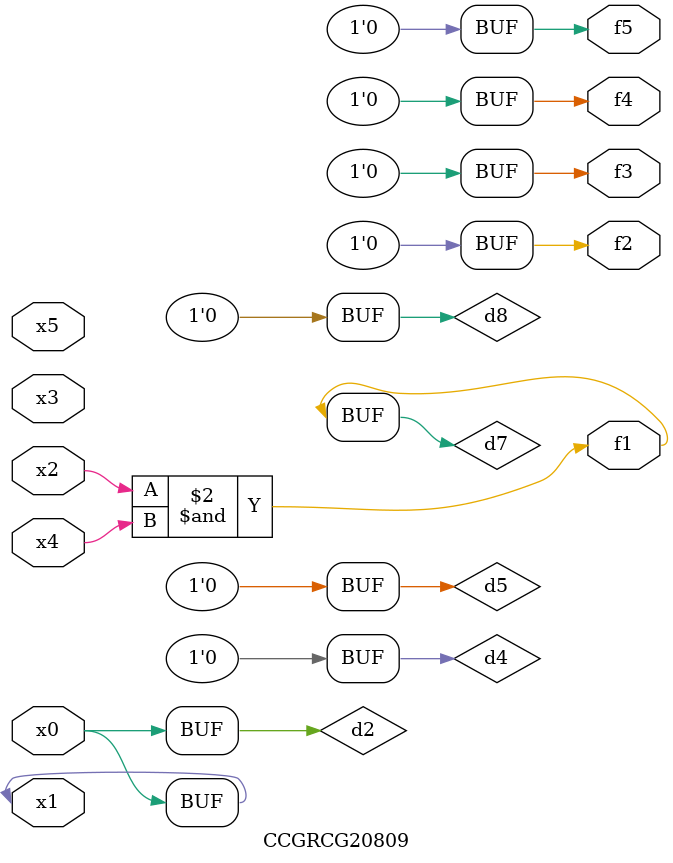
<source format=v>
module CCGRCG20809(
	input x0, x1, x2, x3, x4, x5,
	output f1, f2, f3, f4, f5
);

	wire d1, d2, d3, d4, d5, d6, d7, d8, d9;

	nand (d1, x1);
	buf (d2, x0, x1);
	nand (d3, x2, x4);
	and (d4, d1, d2);
	and (d5, d1, d2);
	nand (d6, d1, d3);
	not (d7, d3);
	xor (d8, d5);
	nor (d9, d5, d6);
	assign f1 = d7;
	assign f2 = d8;
	assign f3 = d8;
	assign f4 = d8;
	assign f5 = d8;
endmodule

</source>
